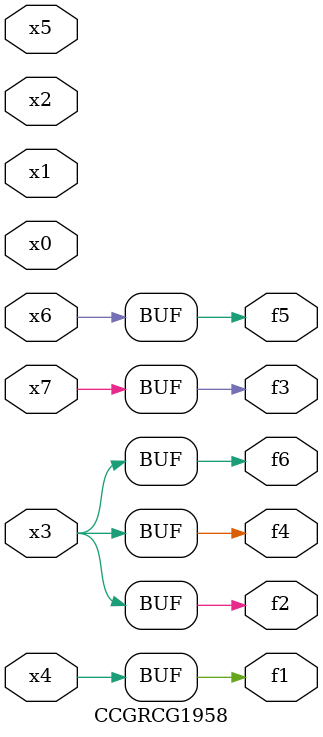
<source format=v>
module CCGRCG1958(
	input x0, x1, x2, x3, x4, x5, x6, x7,
	output f1, f2, f3, f4, f5, f6
);
	assign f1 = x4;
	assign f2 = x3;
	assign f3 = x7;
	assign f4 = x3;
	assign f5 = x6;
	assign f6 = x3;
endmodule

</source>
